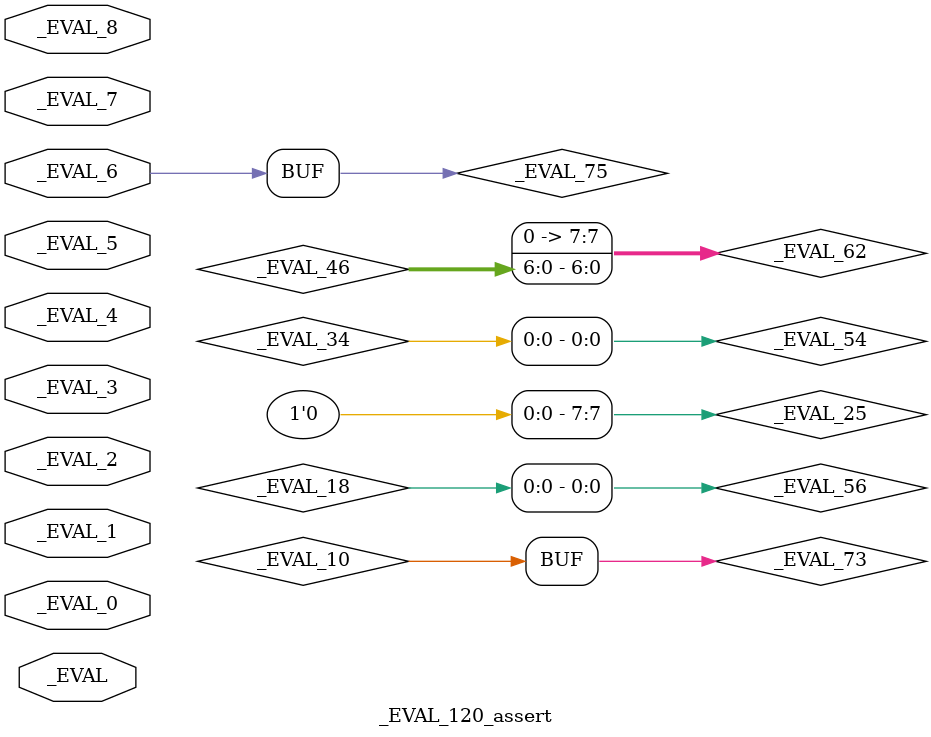
<source format=sv>
module _EVAL_120_assert(
  input        _EVAL,
  input        _EVAL_0,
  input  [3:0] _EVAL_1,
  input        _EVAL_2,
  input  [2:0] _EVAL_3,
  input  [6:0] _EVAL_4,
  input  [2:0] _EVAL_5,
  input        _EVAL_6,
  input        _EVAL_7,
  input        _EVAL_8
);
  wire  _EVAL_9;
  reg  _EVAL_10;
  reg [31:0] _RAND_0;
  wire [31:0] plusarg_reader_out;
  wire  _EVAL_11;
  wire  _EVAL_12;
  wire  _EVAL_13;
  wire  _EVAL_14;
  wire  _EVAL_15;
  wire  _EVAL_16;
  wire  _EVAL_17;
  wire  _EVAL_18;
  reg [2:0] _EVAL_19;
  reg [31:0] _RAND_1;
  wire  _EVAL_20;
  wire  _EVAL_21;
  wire  _EVAL_22;
  wire  _EVAL_23;
  wire [1:0] _EVAL_24;
  wire [7:0] _EVAL_25;
  wire  _EVAL_26;
  wire  _EVAL_27;
  wire  _EVAL_28;
  wire  _EVAL_29;
  reg [2:0] _EVAL_30;
  reg [31:0] _RAND_2;
  wire  _EVAL_31;
  reg [31:0] _EVAL_32;
  reg [31:0] _RAND_3;
  wire  _EVAL_33;
  wire  _EVAL_34;
  reg [6:0] _EVAL_35;
  reg [31:0] _RAND_4;
  wire  _EVAL_36;
  wire  _EVAL_37;
  wire  _EVAL_38;
  wire  _EVAL_39;
  wire  _EVAL_40;
  wire  _EVAL_42;
  wire  _EVAL_43;
  wire  _EVAL_44;
  wire [1:0] _EVAL_45;
  wire [6:0] _EVAL_46;
  wire  _EVAL_47;
  wire  _EVAL_49;
  wire  _EVAL_50;
  wire  _EVAL_51;
  wire  _EVAL_52;
  wire [7:0] _EVAL_53;
  wire [1:0] _EVAL_54;
  wire  _EVAL_55;
  wire [1:0] _EVAL_56;
  wire  _EVAL_57;
  wire  _EVAL_58;
  wire  _EVAL_59;
  wire  _EVAL_60;
  wire  _EVAL_61;
  wire [7:0] _EVAL_62;
  wire  _EVAL_63;
  wire  _EVAL_64;
  wire  _EVAL_65;
  wire  _EVAL_66;
  wire [31:0] _EVAL_67;
  wire  _EVAL_68;
  wire  _EVAL_70;
  wire  _EVAL_71;
  wire [1:0] _EVAL_72;
  wire  _EVAL_73;
  wire  _EVAL_74;
  wire  _EVAL_75;
  wire  _EVAL_76;
  wire  _EVAL_77;
  reg  _EVAL_78;
  reg [31:0] _RAND_5;
  wire  _EVAL_79;
  reg  _EVAL_80;
  reg [31:0] _RAND_6;
  wire  _EVAL_81;
  wire  _EVAL_82;
  wire [7:0] _EVAL_83;
  wire  _EVAL_84;
  wire [7:0] _EVAL_85;
  wire  _EVAL_86;
  wire  _EVAL_87;
  wire  _EVAL_88;
  wire  _EVAL_89;
  reg  _EVAL_90;
  reg [31:0] _RAND_7;
  wire  _EVAL_91;
  wire  _EVAL_92;
  wire  _EVAL_93;
  wire  _EVAL_94;
  wire [7:0] _EVAL_95;
  wire  _EVAL_96;
  wire  _EVAL_97;
  wire [6:0] _EVAL_98;
  wire  _EVAL_100;
  wire  _EVAL_101;
  wire  _EVAL_102;
  wire [6:0] _EVAL_103;
  wire [1:0] _EVAL_104;
  wire  _EVAL_105;
  wire  _EVAL_106;
  wire  _EVAL_107;
  wire  _EVAL_108;
  reg  _EVAL_109;
  reg [31:0] _RAND_8;
  wire  _EVAL_110;
  wire  _EVAL_111;
  wire  _EVAL_112;
  wire  _EVAL_113;
  wire [32:0] _EVAL_114;
  wire  _EVAL_115;
  wire  _EVAL_116;
  wire  _EVAL_117;
  wire  _EVAL_118;
  wire  _EVAL_119;
  wire  _EVAL_120;
  wire  _EVAL_121;
  wire [3:0] _EVAL_122;
  wire  _EVAL_123;
  wire  _EVAL_124;
  wire  _EVAL_125;
  plusarg_reader #(.FORMAT("tilelink_timeout=%d"), .DEFAULT(0), .WIDTH(32)) plusarg_reader (
    .out(plusarg_reader_out)
  );
  assign _EVAL_77 = ~_EVAL_49;
  assign _EVAL_28 = _EVAL_4 == _EVAL_35;
  assign _EVAL_75 = _EVAL_6;
  assign _EVAL_17 = _EVAL & _EVAL_7;
  assign _EVAL_94 = _EVAL_24[0];
  assign _EVAL_107 = $signed(_EVAL_53) == 8'sh0;
  assign _EVAL_49 = _EVAL_65 | _EVAL_75;
  assign _EVAL_21 = ~_EVAL_9;
  assign _EVAL_34 = _EVAL_54[0];
  assign _EVAL_70 = _EVAL_3 <= 3'h6;
  assign _EVAL_64 = _EVAL_17 & _EVAL_108;
  assign _EVAL_16 = plusarg_reader_out == 32'h0;
  assign _EVAL_102 = ~_EVAL_20;
  assign _EVAL_101 = _EVAL_7 & _EVAL_71;
  assign _EVAL_121 = _EVAL_7 & _EVAL_82;
  assign _EVAL_81 = _EVAL_5 == 3'h7;
  assign _EVAL_95 = $signed(_EVAL_62) & -8'sh14;
  assign _EVAL_13 = _EVAL_22 & _EVAL_21;
  assign _EVAL_108 = ~_EVAL_78;
  assign _EVAL_79 = ~_EVAL_106;
  assign _EVAL_39 = ~_EVAL_113;
  assign _EVAL_11 = _EVAL_120 | _EVAL_27;
  assign _EVAL_63 = _EVAL_0 & _EVAL_73;
  assign _EVAL_27 = _EVAL_32 < plusarg_reader_out;
  assign _EVAL_42 = ~_EVAL_75;
  assign _EVAL_52 = ~_EVAL_94;
  assign _EVAL_58 = _EVAL_7 & _EVAL_44;
  assign _EVAL_85 = _EVAL_95;
  assign _EVAL_67 = _EVAL_114[31:0];
  assign _EVAL_31 = _EVAL_2 & _EVAL_0;
  assign _EVAL_92 = _EVAL_5 == 3'h4;
  assign _EVAL_51 = _EVAL_5 == 3'h0;
  assign _EVAL_57 = ~_EVAL_23;
  assign _EVAL_43 = ~_EVAL_80;
  assign _EVAL_53 = _EVAL_83;
  assign _EVAL_123 = ~_EVAL_108;
  assign _EVAL_98 = _EVAL_4 & 7'h3;
  assign _EVAL_113 = _EVAL_74 | _EVAL_75;
  assign _EVAL_54 = _EVAL_80 - 1'h1;
  assign _EVAL_37 = ~_EVAL_10;
  assign _EVAL_46 = _EVAL_4 ^ 7'h40;
  assign _EVAL_25 = {1'b0,$signed(_EVAL_103)};
  assign _EVAL_12 = _EVAL_11 | _EVAL_75;
  assign _EVAL_36 = _EVAL_7 & _EVAL_40;
  assign _EVAL_115 = _EVAL_17 | _EVAL_31;
  assign _EVAL_87 = _EVAL_7 & _EVAL_81;
  assign _EVAL_103 = _EVAL_4 ^ 7'h54;
  assign _EVAL_45 = _EVAL_78 - 1'h1;
  assign _EVAL_125 = _EVAL_1 == 4'hf;
  assign _EVAL_124 = _EVAL_72[0];
  assign _EVAL_73 = ~_EVAL_37;
  assign _EVAL_89 = _EVAL_0 & _EVAL_84;
  assign _EVAL_71 = _EVAL_5 == 3'h6;
  assign _EVAL_62 = {1'b0,$signed(_EVAL_46)};
  assign _EVAL_84 = _EVAL_3 == 3'h5;
  assign _EVAL_23 = _EVAL_91 | _EVAL_75;
  assign _EVAL_100 = _EVAL_7 & _EVAL_119;
  assign _EVAL_120 = _EVAL_74 | _EVAL_16;
  assign _EVAL_104 = _EVAL_93 ? 2'h1 : 2'h0;
  assign _EVAL_91 = _EVAL_122 == 4'h0;
  assign _EVAL_9 = _EVAL_3 == 3'h6;
  assign _EVAL_26 = ~_EVAL_88;
  assign _EVAL_68 = _EVAL_28 | _EVAL_75;
  assign _EVAL_40 = _EVAL_5 == 3'h5;
  assign _EVAL_66 = ~_EVAL_38;
  assign _EVAL_119 = _EVAL_5 == 3'h3;
  assign _EVAL_33 = ~_EVAL_90;
  assign _EVAL_117 = ~_EVAL_76;
  assign _EVAL_97 = _EVAL_7 & _EVAL_51;
  assign _EVAL_122 = ~_EVAL_1;
  assign _EVAL_47 = ~_EVAL_14;
  assign _EVAL_86 = _EVAL_7 & _EVAL_92;
  assign _EVAL_111 = _EVAL_104[0];
  assign _EVAL_44 = _EVAL_5 == 3'h1;
  assign _EVAL_60 = _EVAL_0 & _EVAL_110;
  assign _EVAL_29 = ~_EVAL_68;
  assign _EVAL_59 = $signed(_EVAL_85) == 8'sh0;
  assign _EVAL_93 = _EVAL_17 & _EVAL_43;
  assign _EVAL_106 = _EVAL_105 | _EVAL_75;
  assign _EVAL_18 = _EVAL_56[0];
  assign _EVAL_72 = _EVAL_90 - 1'h1;
  assign _EVAL_116 = _EVAL_59 | _EVAL_107;
  assign _EVAL_114 = _EVAL_32 + 32'h1;
  assign _EVAL_55 = _EVAL_109 | _EVAL_111;
  assign _EVAL_76 = _EVAL_70 | _EVAL_75;
  assign _EVAL_20 = _EVAL_112 | _EVAL_75;
  assign _EVAL_56 = _EVAL_10 - 1'h1;
  assign _EVAL_38 = _EVAL_15 | _EVAL_75;
  assign _EVAL_96 = _EVAL_31 & _EVAL_37;
  assign _EVAL_74 = ~_EVAL_109;
  assign _EVAL_61 = _EVAL_45[0];
  assign _EVAL_15 = _EVAL_111 | _EVAL_109;
  assign _EVAL_82 = _EVAL_5 == 3'h2;
  assign _EVAL_112 = _EVAL_98 == 7'h0;
  assign _EVAL_50 = ~_EVAL_12;
  assign _EVAL_65 = _EVAL_3 == _EVAL_30;
  assign _EVAL_110 = _EVAL_3 == 3'h4;
  assign _EVAL_118 = _EVAL_7 & _EVAL_123;
  assign _EVAL_105 = _EVAL_5 == _EVAL_19;
  assign _EVAL_22 = _EVAL_31 & _EVAL_33;
  assign _EVAL_14 = _EVAL_116 | _EVAL_75;
  assign _EVAL_83 = $signed(_EVAL_25) & -8'sh4;
  assign _EVAL_24 = _EVAL_13 ? 2'h1 : 2'h0;
  assign _EVAL_88 = _EVAL_125 | _EVAL_75;
`ifdef RANDOMIZE_GARBAGE_ASSIGN
`define RANDOMIZE
`endif
`ifdef RANDOMIZE_INVALID_ASSIGN
`define RANDOMIZE
`endif
`ifdef RANDOMIZE_REG_INIT
`define RANDOMIZE
`endif
`ifdef RANDOMIZE_MEM_INIT
`define RANDOMIZE
`endif
`ifndef RANDOM
`define RANDOM $random
`endif
`ifdef RANDOMIZE_MEM_INIT
  integer initvar;
`endif
`ifndef SYNTHESIS
initial begin
  `ifdef RANDOMIZE
    `ifdef INIT_RANDOM
      `INIT_RANDOM
    `endif
    `ifndef VERILATOR
      `ifdef RANDOMIZE_DELAY
        #`RANDOMIZE_DELAY begin end
      `else
        #0.002 begin end
      `endif
    `endif
  `ifdef RANDOMIZE_REG_INIT
  _RAND_0 = {1{`RANDOM}};
  _EVAL_10 = _RAND_0[0:0];
  `endif // RANDOMIZE_REG_INIT
  `ifdef RANDOMIZE_REG_INIT
  _RAND_1 = {1{`RANDOM}};
  _EVAL_19 = _RAND_1[2:0];
  `endif // RANDOMIZE_REG_INIT
  `ifdef RANDOMIZE_REG_INIT
  _RAND_2 = {1{`RANDOM}};
  _EVAL_30 = _RAND_2[2:0];
  `endif // RANDOMIZE_REG_INIT
  `ifdef RANDOMIZE_REG_INIT
  _RAND_3 = {1{`RANDOM}};
  _EVAL_32 = _RAND_3[31:0];
  `endif // RANDOMIZE_REG_INIT
  `ifdef RANDOMIZE_REG_INIT
  _RAND_4 = {1{`RANDOM}};
  _EVAL_35 = _RAND_4[6:0];
  `endif // RANDOMIZE_REG_INIT
  `ifdef RANDOMIZE_REG_INIT
  _RAND_5 = {1{`RANDOM}};
  _EVAL_78 = _RAND_5[0:0];
  `endif // RANDOMIZE_REG_INIT
  `ifdef RANDOMIZE_REG_INIT
  _RAND_6 = {1{`RANDOM}};
  _EVAL_80 = _RAND_6[0:0];
  `endif // RANDOMIZE_REG_INIT
  `ifdef RANDOMIZE_REG_INIT
  _RAND_7 = {1{`RANDOM}};
  _EVAL_90 = _RAND_7[0:0];
  `endif // RANDOMIZE_REG_INIT
  `ifdef RANDOMIZE_REG_INIT
  _RAND_8 = {1{`RANDOM}};
  _EVAL_109 = _RAND_8[0:0];
  `endif // RANDOMIZE_REG_INIT
  if (_EVAL_6) begin
    _EVAL_10 = 1'h0;
  end
  if (_EVAL_6) begin
    _EVAL_32 = 32'h0;
  end
  if (_EVAL_6) begin
    _EVAL_78 = 1'h0;
  end
  if (_EVAL_6) begin
    _EVAL_80 = 1'h0;
  end
  if (_EVAL_6) begin
    _EVAL_90 = 1'h0;
  end
  if (_EVAL_6) begin
    _EVAL_109 = 1'h0;
  end
  `endif // RANDOMIZE
end // initial
`endif // SYNTHESIS
  always @(posedge _EVAL_8) begin
    if (_EVAL_64) begin
      _EVAL_19 <= _EVAL_5;
    end
    if (_EVAL_96) begin
      _EVAL_30 <= _EVAL_3;
    end
    if (_EVAL_64) begin
      _EVAL_35 <= _EVAL_4;
    end
    `ifndef SYNTHESIS
    `ifdef STOP_COND
      if (`STOP_COND) begin
    `endif
        if (_EVAL_118 & _EVAL_29) begin
          $fatal;
        end
    `ifdef STOP_COND
      end
    `endif
    `endif // SYNTHESIS
    `ifndef SYNTHESIS
    `ifdef STOP_COND
      if (`STOP_COND) begin
    `endif
        if (_EVAL_86 & _EVAL_47) begin
          $fatal;
        end
    `ifdef STOP_COND
      end
    `endif
    `endif // SYNTHESIS
    `ifndef SYNTHESIS
    `ifdef STOP_COND
      if (`STOP_COND) begin
    `endif
        if (_EVAL_100 & _EVAL_26) begin
          $fatal;
        end
    `ifdef STOP_COND
      end
    `endif
    `endif // SYNTHESIS
    `ifndef SYNTHESIS
    `ifdef PRINTF_COND
      if (`PRINTF_COND) begin
    `endif
        if (_EVAL_87 & _EVAL_42) begin
          $fwrite(32'h80000002,"Obfuscated Simulation Output(f03c93db)\n");
        end
    `ifdef PRINTF_COND
      end
    `endif
    `endif // SYNTHESIS
    `ifndef SYNTHESIS
    `ifdef PRINTF_COND
      if (`PRINTF_COND) begin
    `endif
        if (_EVAL_50) begin
          $fwrite(32'h80000002,"Obfuscated Simulation Output(f12c637b)\n");
        end
    `ifdef PRINTF_COND
      end
    `endif
    `endif // SYNTHESIS
    `ifndef SYNTHESIS
    `ifdef PRINTF_COND
      if (`PRINTF_COND) begin
    `endif
        if (_EVAL_0 & _EVAL_117) begin
          $fwrite(32'h80000002,"Obfuscated Simulation Output(e896bfd4)\n");
        end
    `ifdef PRINTF_COND
      end
    `endif
    `endif // SYNTHESIS
    `ifndef SYNTHESIS
    `ifdef STOP_COND
      if (`STOP_COND) begin
    `endif
        if (_EVAL_87 & _EVAL_57) begin
          $fatal;
        end
    `ifdef STOP_COND
      end
    `endif
    `endif // SYNTHESIS
    `ifndef SYNTHESIS
    `ifdef STOP_COND
      if (`STOP_COND) begin
    `endif
        if (_EVAL_86 & _EVAL_26) begin
          $fatal;
        end
    `ifdef STOP_COND
      end
    `endif
    `endif // SYNTHESIS
    `ifndef SYNTHESIS
    `ifdef PRINTF_COND
      if (`PRINTF_COND) begin
    `endif
        if (_EVAL_118 & _EVAL_79) begin
          $fwrite(32'h80000002,"Obfuscated Simulation Output(716e875f)\n");
        end
    `ifdef PRINTF_COND
      end
    `endif
    `endif // SYNTHESIS
    `ifndef SYNTHESIS
    `ifdef PRINTF_COND
      if (`PRINTF_COND) begin
    `endif
        if (_EVAL_97 & _EVAL_47) begin
          $fwrite(32'h80000002,"Obfuscated Simulation Output(f9330054)\n");
        end
    `ifdef PRINTF_COND
      end
    `endif
    `endif // SYNTHESIS
    `ifndef SYNTHESIS
    `ifdef PRINTF_COND
      if (`PRINTF_COND) begin
    `endif
        if (_EVAL_97 & _EVAL_102) begin
          $fwrite(32'h80000002,"Obfuscated Simulation Output(cbded0c8)\n");
        end
    `ifdef PRINTF_COND
      end
    `endif
    `endif // SYNTHESIS
    `ifndef SYNTHESIS
    `ifdef PRINTF_COND
      if (`PRINTF_COND) begin
    `endif
        if (_EVAL_101 & _EVAL_42) begin
          $fwrite(32'h80000002,"Obfuscated Simulation Output(b0b5db0b)\n");
        end
    `ifdef PRINTF_COND
      end
    `endif
    `endif // SYNTHESIS
    `ifndef SYNTHESIS
    `ifdef STOP_COND
      if (`STOP_COND) begin
    `endif
        if (_EVAL_121 & _EVAL_102) begin
          $fatal;
        end
    `ifdef STOP_COND
      end
    `endif
    `endif // SYNTHESIS
    `ifndef SYNTHESIS
    `ifdef PRINTF_COND
      if (`PRINTF_COND) begin
    `endif
        if (_EVAL_100 & _EVAL_42) begin
          $fwrite(32'h80000002,"Obfuscated Simulation Output(689826d2)\n");
        end
    `ifdef PRINTF_COND
      end
    `endif
    `endif // SYNTHESIS
    `ifndef SYNTHESIS
    `ifdef PRINTF_COND
      if (`PRINTF_COND) begin
    `endif
        if (_EVAL_121 & _EVAL_26) begin
          $fwrite(32'h80000002,"Obfuscated Simulation Output(f35a4a67)\n");
        end
    `ifdef PRINTF_COND
      end
    `endif
    `endif // SYNTHESIS
    `ifndef SYNTHESIS
    `ifdef STOP_COND
      if (`STOP_COND) begin
    `endif
        if (_EVAL_97 & _EVAL_102) begin
          $fatal;
        end
    `ifdef STOP_COND
      end
    `endif
    `endif // SYNTHESIS
    `ifndef SYNTHESIS
    `ifdef PRINTF_COND
      if (`PRINTF_COND) begin
    `endif
        if (_EVAL_87 & _EVAL_42) begin
          $fwrite(32'h80000002,"Obfuscated Simulation Output(8dd3e621)\n");
        end
    `ifdef PRINTF_COND
      end
    `endif
    `endif // SYNTHESIS
    `ifndef SYNTHESIS
    `ifdef STOP_COND
      if (`STOP_COND) begin
    `endif
        if (_EVAL_58 & _EVAL_47) begin
          $fatal;
        end
    `ifdef STOP_COND
      end
    `endif
    `endif // SYNTHESIS
    `ifndef SYNTHESIS
    `ifdef PRINTF_COND
      if (`PRINTF_COND) begin
    `endif
        if (_EVAL_86 & _EVAL_26) begin
          $fwrite(32'h80000002,"Obfuscated Simulation Output(1d3359)\n");
        end
    `ifdef PRINTF_COND
      end
    `endif
    `endif // SYNTHESIS
    `ifndef SYNTHESIS
    `ifdef STOP_COND
      if (`STOP_COND) begin
    `endif
        if (_EVAL_100 & _EVAL_102) begin
          $fatal;
        end
    `ifdef STOP_COND
      end
    `endif
    `endif // SYNTHESIS
    `ifndef SYNTHESIS
    `ifdef STOP_COND
      if (`STOP_COND) begin
    `endif
        if (_EVAL_89 & _EVAL_42) begin
          $fatal;
        end
    `ifdef STOP_COND
      end
    `endif
    `endif // SYNTHESIS
    `ifndef SYNTHESIS
    `ifdef STOP_COND
      if (`STOP_COND) begin
    `endif
        if (_EVAL_101 & _EVAL_42) begin
          $fatal;
        end
    `ifdef STOP_COND
      end
    `endif
    `endif // SYNTHESIS
    `ifndef SYNTHESIS
    `ifdef PRINTF_COND
      if (`PRINTF_COND) begin
    `endif
        if (_EVAL_60 & _EVAL_42) begin
          $fwrite(32'h80000002,"Obfuscated Simulation Output(b7485c1f)\n");
        end
    `ifdef PRINTF_COND
      end
    `endif
    `endif // SYNTHESIS
    `ifndef SYNTHESIS
    `ifdef STOP_COND
      if (`STOP_COND) begin
    `endif
        if (_EVAL_0 & _EVAL_117) begin
          $fatal;
        end
    `ifdef STOP_COND
      end
    `endif
    `endif // SYNTHESIS
    `ifndef SYNTHESIS
    `ifdef PRINTF_COND
      if (`PRINTF_COND) begin
    `endif
        if (_EVAL_87 & _EVAL_102) begin
          $fwrite(32'h80000002,"Obfuscated Simulation Output(a3faced2)\n");
        end
    `ifdef PRINTF_COND
      end
    `endif
    `endif // SYNTHESIS
    `ifndef SYNTHESIS
    `ifdef STOP_COND
      if (`STOP_COND) begin
    `endif
        if (_EVAL_86 & _EVAL_102) begin
          $fatal;
        end
    `ifdef STOP_COND
      end
    `endif
    `endif // SYNTHESIS
    `ifndef SYNTHESIS
    `ifdef PRINTF_COND
      if (`PRINTF_COND) begin
    `endif
        if (_EVAL_87 & _EVAL_42) begin
          $fwrite(32'h80000002,"Obfuscated Simulation Output(9cce52d5)\n");
        end
    `ifdef PRINTF_COND
      end
    `endif
    `endif // SYNTHESIS
    `ifndef SYNTHESIS
    `ifdef STOP_COND
      if (`STOP_COND) begin
    `endif
        if (_EVAL_101 & _EVAL_102) begin
          $fatal;
        end
    `ifdef STOP_COND
      end
    `endif
    `endif // SYNTHESIS
    `ifndef SYNTHESIS
    `ifdef STOP_COND
      if (`STOP_COND) begin
    `endif
        if (_EVAL_87 & _EVAL_42) begin
          $fatal;
        end
    `ifdef STOP_COND
      end
    `endif
    `endif // SYNTHESIS
    `ifndef SYNTHESIS
    `ifdef PRINTF_COND
      if (`PRINTF_COND) begin
    `endif
        if (_EVAL_121 & _EVAL_102) begin
          $fwrite(32'h80000002,"Obfuscated Simulation Output(e664d71b)\n");
        end
    `ifdef PRINTF_COND
      end
    `endif
    `endif // SYNTHESIS
    `ifndef SYNTHESIS
    `ifdef PRINTF_COND
      if (`PRINTF_COND) begin
    `endif
        if (_EVAL_101 & _EVAL_102) begin
          $fwrite(32'h80000002,"Obfuscated Simulation Output(88a50af8)\n");
        end
    `ifdef PRINTF_COND
      end
    `endif
    `endif // SYNTHESIS
    `ifndef SYNTHESIS
    `ifdef STOP_COND
      if (`STOP_COND) begin
    `endif
        if (_EVAL_121 & _EVAL_26) begin
          $fatal;
        end
    `ifdef STOP_COND
      end
    `endif
    `endif // SYNTHESIS
    `ifndef SYNTHESIS
    `ifdef PRINTF_COND
      if (`PRINTF_COND) begin
    `endif
        if (_EVAL_101 & _EVAL_57) begin
          $fwrite(32'h80000002,"Obfuscated Simulation Output(9fcfe327)\n");
        end
    `ifdef PRINTF_COND
      end
    `endif
    `endif // SYNTHESIS
    `ifndef SYNTHESIS
    `ifdef STOP_COND
      if (`STOP_COND) begin
    `endif
        if (_EVAL_36 & _EVAL_102) begin
          $fatal;
        end
    `ifdef STOP_COND
      end
    `endif
    `endif // SYNTHESIS
    `ifndef SYNTHESIS
    `ifdef STOP_COND
      if (`STOP_COND) begin
    `endif
        if (_EVAL_60 & _EVAL_42) begin
          $fatal;
        end
    `ifdef STOP_COND
      end
    `endif
    `endif // SYNTHESIS
    `ifndef SYNTHESIS
    `ifdef STOP_COND
      if (`STOP_COND) begin
    `endif
        if (_EVAL_97 & _EVAL_47) begin
          $fatal;
        end
    `ifdef STOP_COND
      end
    `endif
    `endif // SYNTHESIS
    `ifndef SYNTHESIS
    `ifdef STOP_COND
      if (`STOP_COND) begin
    `endif
        if (_EVAL_101 & _EVAL_42) begin
          $fatal;
        end
    `ifdef STOP_COND
      end
    `endif
    `endif // SYNTHESIS
    `ifndef SYNTHESIS
    `ifdef PRINTF_COND
      if (`PRINTF_COND) begin
    `endif
        if (_EVAL_36 & _EVAL_26) begin
          $fwrite(32'h80000002,"Obfuscated Simulation Output(ca09b8e7)\n");
        end
    `ifdef PRINTF_COND
      end
    `endif
    `endif // SYNTHESIS
    `ifndef SYNTHESIS
    `ifdef STOP_COND
      if (`STOP_COND) begin
    `endif
        if (_EVAL_87 & _EVAL_102) begin
          $fatal;
        end
    `ifdef STOP_COND
      end
    `endif
    `endif // SYNTHESIS
    `ifndef SYNTHESIS
    `ifdef PRINTF_COND
      if (`PRINTF_COND) begin
    `endif
        if (_EVAL_100 & _EVAL_26) begin
          $fwrite(32'h80000002,"Obfuscated Simulation Output(eb86bb3b)\n");
        end
    `ifdef PRINTF_COND
      end
    `endif
    `endif // SYNTHESIS
    `ifndef SYNTHESIS
    `ifdef PRINTF_COND
      if (`PRINTF_COND) begin
    `endif
        if (_EVAL_121 & _EVAL_42) begin
          $fwrite(32'h80000002,"Obfuscated Simulation Output(2178fd8f)\n");
        end
    `ifdef PRINTF_COND
      end
    `endif
    `endif // SYNTHESIS
    `ifndef SYNTHESIS
    `ifdef STOP_COND
      if (`STOP_COND) begin
    `endif
        if (_EVAL_87 & _EVAL_42) begin
          $fatal;
        end
    `ifdef STOP_COND
      end
    `endif
    `endif // SYNTHESIS
    `ifndef SYNTHESIS
    `ifdef PRINTF_COND
      if (`PRINTF_COND) begin
    `endif
        if (_EVAL_58 & _EVAL_47) begin
          $fwrite(32'h80000002,"Obfuscated Simulation Output(29053e33)\n");
        end
    `ifdef PRINTF_COND
      end
    `endif
    `endif // SYNTHESIS
    `ifndef SYNTHESIS
    `ifdef STOP_COND
      if (`STOP_COND) begin
    `endif
        if (_EVAL_97 & _EVAL_26) begin
          $fatal;
        end
    `ifdef STOP_COND
      end
    `endif
    `endif // SYNTHESIS
    `ifndef SYNTHESIS
    `ifdef PRINTF_COND
      if (`PRINTF_COND) begin
    `endif
        if (_EVAL_100 & _EVAL_102) begin
          $fwrite(32'h80000002,"Obfuscated Simulation Output(4611982e)\n");
        end
    `ifdef PRINTF_COND
      end
    `endif
    `endif // SYNTHESIS
    `ifndef SYNTHESIS
    `ifdef PRINTF_COND
      if (`PRINTF_COND) begin
    `endif
        if (_EVAL_118 & _EVAL_29) begin
          $fwrite(32'h80000002,"Obfuscated Simulation Output(8209ca7c)\n");
        end
    `ifdef PRINTF_COND
      end
    `endif
    `endif // SYNTHESIS
    `ifndef SYNTHESIS
    `ifdef PRINTF_COND
      if (`PRINTF_COND) begin
    `endif
        if (_EVAL_87 & _EVAL_57) begin
          $fwrite(32'h80000002,"Obfuscated Simulation Output(48eb767f)\n");
        end
    `ifdef PRINTF_COND
      end
    `endif
    `endif // SYNTHESIS
    `ifndef SYNTHESIS
    `ifdef STOP_COND
      if (`STOP_COND) begin
    `endif
        if (_EVAL_58 & _EVAL_102) begin
          $fatal;
        end
    `ifdef STOP_COND
      end
    `endif
    `endif // SYNTHESIS
    `ifndef SYNTHESIS
    `ifdef PRINTF_COND
      if (`PRINTF_COND) begin
    `endif
        if (_EVAL_86 & _EVAL_47) begin
          $fwrite(32'h80000002,"Obfuscated Simulation Output(d9e328fb)\n");
        end
    `ifdef PRINTF_COND
      end
    `endif
    `endif // SYNTHESIS
    `ifndef SYNTHESIS
    `ifdef STOP_COND
      if (`STOP_COND) begin
    `endif
        if (_EVAL_63 & _EVAL_77) begin
          $fatal;
        end
    `ifdef STOP_COND
      end
    `endif
    `endif // SYNTHESIS
    `ifndef SYNTHESIS
    `ifdef PRINTF_COND
      if (`PRINTF_COND) begin
    `endif
        if (_EVAL_58 & _EVAL_102) begin
          $fwrite(32'h80000002,"Obfuscated Simulation Output(be2d9bae)\n");
        end
    `ifdef PRINTF_COND
      end
    `endif
    `endif // SYNTHESIS
    `ifndef SYNTHESIS
    `ifdef STOP_COND
      if (`STOP_COND) begin
    `endif
        if (_EVAL_118 & _EVAL_79) begin
          $fatal;
        end
    `ifdef STOP_COND
      end
    `endif
    `endif // SYNTHESIS
    `ifndef SYNTHESIS
    `ifdef PRINTF_COND
      if (`PRINTF_COND) begin
    `endif
        if (_EVAL_13 & _EVAL_66) begin
          $fwrite(32'h80000002,"Obfuscated Simulation Output(ff3b360c)\n");
        end
    `ifdef PRINTF_COND
      end
    `endif
    `endif // SYNTHESIS
    `ifndef SYNTHESIS
    `ifdef STOP_COND
      if (`STOP_COND) begin
    `endif
        if (_EVAL_87 & _EVAL_42) begin
          $fatal;
        end
    `ifdef STOP_COND
      end
    `endif
    `endif // SYNTHESIS
    `ifndef SYNTHESIS
    `ifdef PRINTF_COND
      if (`PRINTF_COND) begin
    `endif
        if (_EVAL_93 & _EVAL_39) begin
          $fwrite(32'h80000002,"Obfuscated Simulation Output(49ce3bfc)\n");
        end
    `ifdef PRINTF_COND
      end
    `endif
    `endif // SYNTHESIS
    `ifndef SYNTHESIS
    `ifdef PRINTF_COND
      if (`PRINTF_COND) begin
    `endif
        if (_EVAL_97 & _EVAL_26) begin
          $fwrite(32'h80000002,"Obfuscated Simulation Output(65e5c2da)\n");
        end
    `ifdef PRINTF_COND
      end
    `endif
    `endif // SYNTHESIS
    `ifndef SYNTHESIS
    `ifdef STOP_COND
      if (`STOP_COND) begin
    `endif
        if (_EVAL_121 & _EVAL_42) begin
          $fatal;
        end
    `ifdef STOP_COND
      end
    `endif
    `endif // SYNTHESIS
    `ifndef SYNTHESIS
    `ifdef PRINTF_COND
      if (`PRINTF_COND) begin
    `endif
        if (_EVAL_89 & _EVAL_42) begin
          $fwrite(32'h80000002,"Obfuscated Simulation Output(a2ca9b17)\n");
        end
    `ifdef PRINTF_COND
      end
    `endif
    `endif // SYNTHESIS
    `ifndef SYNTHESIS
    `ifdef PRINTF_COND
      if (`PRINTF_COND) begin
    `endif
        if (_EVAL_101 & _EVAL_42) begin
          $fwrite(32'h80000002,"Obfuscated Simulation Output(b61d8023)\n");
        end
    `ifdef PRINTF_COND
      end
    `endif
    `endif // SYNTHESIS
    `ifndef SYNTHESIS
    `ifdef PRINTF_COND
      if (`PRINTF_COND) begin
    `endif
        if (_EVAL_86 & _EVAL_102) begin
          $fwrite(32'h80000002,"Obfuscated Simulation Output(b9902ab1)\n");
        end
    `ifdef PRINTF_COND
      end
    `endif
    `endif // SYNTHESIS
    `ifndef SYNTHESIS
    `ifdef STOP_COND
      if (`STOP_COND) begin
    `endif
        if (_EVAL_93 & _EVAL_39) begin
          $fatal;
        end
    `ifdef STOP_COND
      end
    `endif
    `endif // SYNTHESIS
    `ifndef SYNTHESIS
    `ifdef STOP_COND
      if (`STOP_COND) begin
    `endif
        if (_EVAL_100 & _EVAL_42) begin
          $fatal;
        end
    `ifdef STOP_COND
      end
    `endif
    `endif // SYNTHESIS
    `ifndef SYNTHESIS
    `ifdef PRINTF_COND
      if (`PRINTF_COND) begin
    `endif
        if (_EVAL_36 & _EVAL_102) begin
          $fwrite(32'h80000002,"Obfuscated Simulation Output(b598ee9c)\n");
        end
    `ifdef PRINTF_COND
      end
    `endif
    `endif // SYNTHESIS
    `ifndef SYNTHESIS
    `ifdef STOP_COND
      if (`STOP_COND) begin
    `endif
        if (_EVAL_13 & _EVAL_66) begin
          $fatal;
        end
    `ifdef STOP_COND
      end
    `endif
    `endif // SYNTHESIS
    `ifndef SYNTHESIS
    `ifdef PRINTF_COND
      if (`PRINTF_COND) begin
    `endif
        if (_EVAL_36 & _EVAL_42) begin
          $fwrite(32'h80000002,"Obfuscated Simulation Output(2dbc1628)\n");
        end
    `ifdef PRINTF_COND
      end
    `endif
    `endif // SYNTHESIS
    `ifndef SYNTHESIS
    `ifdef STOP_COND
      if (`STOP_COND) begin
    `endif
        if (_EVAL_50) begin
          $fatal;
        end
    `ifdef STOP_COND
      end
    `endif
    `endif // SYNTHESIS
    `ifndef SYNTHESIS
    `ifdef STOP_COND
      if (`STOP_COND) begin
    `endif
        if (_EVAL_101 & _EVAL_57) begin
          $fatal;
        end
    `ifdef STOP_COND
      end
    `endif
    `endif // SYNTHESIS
    `ifndef SYNTHESIS
    `ifdef STOP_COND
      if (`STOP_COND) begin
    `endif
        if (_EVAL_36 & _EVAL_26) begin
          $fatal;
        end
    `ifdef STOP_COND
      end
    `endif
    `endif // SYNTHESIS
    `ifndef SYNTHESIS
    `ifdef PRINTF_COND
      if (`PRINTF_COND) begin
    `endif
        if (_EVAL_63 & _EVAL_77) begin
          $fwrite(32'h80000002,"Obfuscated Simulation Output(9b0987cb)\n");
        end
    `ifdef PRINTF_COND
      end
    `endif
    `endif // SYNTHESIS
    `ifndef SYNTHESIS
    `ifdef STOP_COND
      if (`STOP_COND) begin
    `endif
        if (_EVAL_36 & _EVAL_42) begin
          $fatal;
        end
    `ifdef STOP_COND
      end
    `endif
    `endif // SYNTHESIS
  end
  always @(posedge _EVAL_8 or posedge _EVAL_6) begin
    if (_EVAL_6) begin
      _EVAL_10 <= 1'h0;
    end else if (_EVAL_31) begin
      if (_EVAL_37) begin
        _EVAL_10 <= 1'h0;
      end else begin
        _EVAL_10 <= _EVAL_18;
      end
    end
  end
  always @(posedge _EVAL_8 or posedge _EVAL_6) begin
    if (_EVAL_6) begin
      _EVAL_32 <= 32'h0;
    end else if (_EVAL_115) begin
      _EVAL_32 <= 32'h0;
    end else begin
      _EVAL_32 <= _EVAL_67;
    end
  end
  always @(posedge _EVAL_8 or posedge _EVAL_6) begin
    if (_EVAL_6) begin
      _EVAL_78 <= 1'h0;
    end else if (_EVAL_17) begin
      if (_EVAL_108) begin
        _EVAL_78 <= 1'h0;
      end else begin
        _EVAL_78 <= _EVAL_61;
      end
    end
  end
  always @(posedge _EVAL_8 or posedge _EVAL_6) begin
    if (_EVAL_6) begin
      _EVAL_80 <= 1'h0;
    end else if (_EVAL_17) begin
      if (_EVAL_43) begin
        _EVAL_80 <= 1'h0;
      end else begin
        _EVAL_80 <= _EVAL_34;
      end
    end
  end
  always @(posedge _EVAL_8 or posedge _EVAL_6) begin
    if (_EVAL_6) begin
      _EVAL_90 <= 1'h0;
    end else if (_EVAL_31) begin
      if (_EVAL_33) begin
        _EVAL_90 <= 1'h0;
      end else begin
        _EVAL_90 <= _EVAL_124;
      end
    end
  end
  always @(posedge _EVAL_8 or posedge _EVAL_6) begin
    if (_EVAL_6) begin
      _EVAL_109 <= 1'h0;
    end else begin
      _EVAL_109 <= _EVAL_55 & _EVAL_52;
    end
  end

endmodule

</source>
